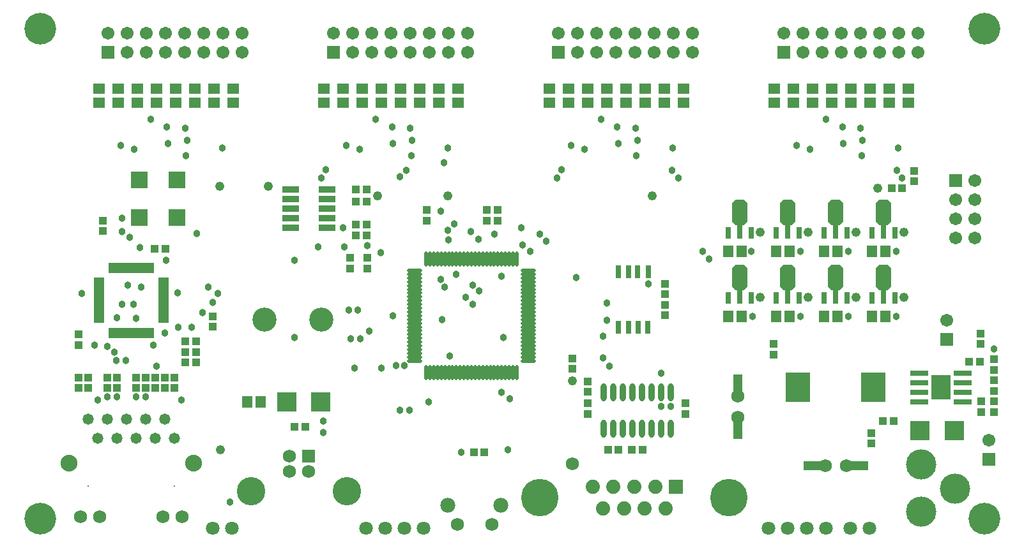
<source format=gts>
%FSAX24Y24*%
%MOIN*%
G70*
G01*
G75*
G04 Layer_Color=8388736*
%ADD10R,0.0354X0.0315*%
%ADD11R,0.0315X0.0354*%
%ADD12R,0.0906X0.0906*%
%ADD13R,0.0472X0.0551*%
%ADD14O,0.0709X0.0118*%
%ADD15O,0.0118X0.0709*%
%ADD16R,0.0200X0.0591*%
%ADD17R,0.0551X0.0472*%
%ADD18R,0.0866X0.0866*%
%ADD19O,0.0236X0.0866*%
G04:AMPARAMS|DCode=20|XSize=74.8mil|YSize=126mil|CornerRadius=0mil|HoleSize=0mil|Usage=FLASHONLY|Rotation=180.000|XOffset=0mil|YOffset=0mil|HoleType=Round|Shape=Octagon|*
%AMOCTAGOND20*
4,1,8,0.0187,-0.0630,-0.0187,-0.0630,-0.0374,-0.0443,-0.0374,0.0443,-0.0187,0.0630,0.0187,0.0630,0.0374,0.0443,0.0374,-0.0443,0.0187,-0.0630,0.0*
%
%ADD20OCTAGOND20*%

%ADD21R,0.0236X0.0551*%
%ADD22R,0.0236X0.0709*%
%ADD23R,0.0400X0.1000*%
%ADD24R,0.1200X0.1450*%
%ADD25R,0.1000X0.0400*%
%ADD26R,0.0945X0.1220*%
%ADD27R,0.0866X0.0177*%
%ADD28R,0.0800X0.0250*%
%ADD29R,0.0472X0.0118*%
%ADD30R,0.0118X0.0472*%
%ADD31C,0.0100*%
%ADD32C,0.0200*%
%ADD33C,0.0150*%
%ADD34C,0.0250*%
%ADD35R,1.1300X0.1400*%
%ADD36R,0.1300X0.2500*%
%ADD37R,1.2150X0.1400*%
%ADD38R,0.2150X0.2800*%
%ADD39R,0.8800X0.1550*%
%ADD40R,0.1350X0.2500*%
%ADD41R,0.2750X0.0500*%
%ADD42R,0.3850X0.0850*%
%ADD43R,0.2650X0.1350*%
%ADD44R,0.0750X0.1300*%
%ADD45C,0.0300*%
%ADD46C,0.1181*%
%ADD47C,0.0400*%
%ADD48C,0.0600*%
%ADD49C,0.0591*%
%ADD50R,0.0591X0.0591*%
%ADD51C,0.0700*%
%ADD52C,0.0630*%
%ADD53C,0.1500*%
%ADD54R,0.0591X0.0591*%
%ADD55C,0.0800*%
%ADD56C,0.0500*%
%ADD57C,0.1400*%
%ADD58R,0.0600X0.0600*%
%ADD59C,0.1874*%
%ADD60R,0.0665X0.0665*%
%ADD61C,0.0665*%
%ADD62C,0.1575*%
%ADD63R,0.0394X0.0512*%
%ADD64R,0.0394X0.0709*%
%ADD65R,0.1100X0.1000*%
%ADD66O,0.0827X0.0177*%
%ADD67R,0.3750X0.0850*%
%ADD68C,0.0098*%
%ADD69C,0.0236*%
%ADD70C,0.0039*%
%ADD71C,0.0050*%
%ADD72C,0.0079*%
%ADD73C,0.0059*%
%ADD74R,0.0434X0.0395*%
%ADD75R,0.0395X0.0434*%
%ADD76R,0.0986X0.0986*%
%ADD77R,0.0552X0.0631*%
%ADD78O,0.0789X0.0198*%
%ADD79O,0.0198X0.0789*%
%ADD80R,0.0280X0.0671*%
%ADD81R,0.0631X0.0552*%
%ADD82O,0.0316X0.0946*%
G04:AMPARAMS|DCode=83|XSize=82.8mil|YSize=134mil|CornerRadius=0mil|HoleSize=0mil|Usage=FLASHONLY|Rotation=180.000|XOffset=0mil|YOffset=0mil|HoleType=Round|Shape=Octagon|*
%AMOCTAGOND83*
4,1,8,0.0207,-0.0670,-0.0207,-0.0670,-0.0414,-0.0463,-0.0414,0.0463,-0.0207,0.0670,0.0207,0.0670,0.0414,0.0463,0.0414,-0.0463,0.0207,-0.0670,0.0*
%
%ADD83OCTAGOND83*%

%ADD84R,0.0316X0.0631*%
%ADD85R,0.0316X0.0789*%
%ADD86R,0.0480X0.1080*%
%ADD87R,0.1280X0.1530*%
%ADD88R,0.1080X0.0480*%
%ADD89R,0.1025X0.1300*%
%ADD90R,0.0946X0.0257*%
%ADD91R,0.0880X0.0330*%
%ADD92R,0.0552X0.0198*%
%ADD93R,0.0198X0.0552*%
%ADD94C,0.0380*%
%ADD95C,0.1261*%
%ADD96C,0.0480*%
%ADD97C,0.0680*%
%ADD98C,0.0671*%
%ADD99R,0.0671X0.0671*%
%ADD100C,0.0780*%
%ADD101C,0.0710*%
%ADD102C,0.1580*%
%ADD103R,0.0671X0.0671*%
%ADD104C,0.0080*%
%ADD105C,0.0880*%
%ADD106C,0.0580*%
%ADD107C,0.1480*%
%ADD108R,0.0680X0.0680*%
%ADD109C,0.1954*%
%ADD110R,0.0745X0.0745*%
%ADD111C,0.0745*%
%ADD112C,0.1655*%
G36*
X022067Y032933D02*
X021201D01*
Y033799D01*
X022067D01*
Y032933D01*
D02*
G37*
G36*
X020099D02*
X019233D01*
Y033799D01*
X020099D01*
Y032933D01*
D02*
G37*
G36*
X022067Y034901D02*
X021201D01*
Y035767D01*
X022067D01*
Y034901D01*
D02*
G37*
G36*
X020099D02*
X019233D01*
Y035767D01*
X020099D01*
Y034901D01*
D02*
G37*
D74*
X017750Y032674D02*
D03*
Y033226D02*
D03*
X023500Y027674D02*
D03*
Y028226D02*
D03*
X016500Y027276D02*
D03*
Y026724D02*
D03*
Y025026D02*
D03*
Y024474D02*
D03*
X017000Y025026D02*
D03*
Y024474D02*
D03*
X021500Y025026D02*
D03*
Y024474D02*
D03*
X021000Y024474D02*
D03*
Y025026D02*
D03*
X020500Y024474D02*
D03*
Y025026D02*
D03*
X020000Y024474D02*
D03*
Y025026D02*
D03*
X019500Y024474D02*
D03*
Y025026D02*
D03*
X018500Y024474D02*
D03*
Y025026D02*
D03*
X018000Y024474D02*
D03*
Y025026D02*
D03*
X048150Y023676D02*
D03*
Y023124D02*
D03*
X047100Y029374D02*
D03*
Y029926D02*
D03*
Y028274D02*
D03*
Y028826D02*
D03*
X042250Y025474D02*
D03*
Y026026D02*
D03*
X038350Y033776D02*
D03*
Y033224D02*
D03*
X037800Y033776D02*
D03*
Y033224D02*
D03*
X034650Y033224D02*
D03*
Y033776D02*
D03*
X031550Y030724D02*
D03*
Y031276D02*
D03*
X030650Y031276D02*
D03*
Y030724D02*
D03*
X060100Y035274D02*
D03*
Y035826D02*
D03*
X043050Y023124D02*
D03*
Y023676D02*
D03*
Y024274D02*
D03*
Y024826D02*
D03*
X064250Y023224D02*
D03*
Y023776D02*
D03*
X063600Y023776D02*
D03*
Y023224D02*
D03*
X064250Y024324D02*
D03*
Y024876D02*
D03*
Y025424D02*
D03*
Y025976D02*
D03*
X063550Y026774D02*
D03*
Y027326D02*
D03*
X052750Y026776D02*
D03*
Y026224D02*
D03*
X057850Y021574D02*
D03*
Y022126D02*
D03*
D75*
X022626Y026900D02*
D03*
X022074D02*
D03*
X021026Y031750D02*
D03*
X020474D02*
D03*
X022626Y026350D02*
D03*
X022074D02*
D03*
X022074Y025800D02*
D03*
X022626D02*
D03*
X027774Y022450D02*
D03*
X028326D02*
D03*
X030974Y032450D02*
D03*
X031526D02*
D03*
X030974Y033000D02*
D03*
X031526D02*
D03*
X037676Y021100D02*
D03*
X037124D02*
D03*
X058924Y034900D02*
D03*
X059476D02*
D03*
X045926Y021250D02*
D03*
X045374D02*
D03*
X044676D02*
D03*
X044124D02*
D03*
X062974Y025850D02*
D03*
X063526D02*
D03*
X030974Y034850D02*
D03*
X031526D02*
D03*
X030974Y034200D02*
D03*
X031526D02*
D03*
X059026Y022750D02*
D03*
X058474D02*
D03*
D76*
X029136Y023750D02*
D03*
X027364D02*
D03*
X060414Y022250D02*
D03*
X062186D02*
D03*
D77*
X026004Y023750D02*
D03*
X025296D02*
D03*
X055396Y028200D02*
D03*
X056104D02*
D03*
X057896D02*
D03*
X058604D02*
D03*
X057896Y031600D02*
D03*
X058604D02*
D03*
X055396D02*
D03*
X056104D02*
D03*
X052896D02*
D03*
X053604D02*
D03*
X050396D02*
D03*
X051104D02*
D03*
X052896Y028200D02*
D03*
X053604D02*
D03*
X050396D02*
D03*
X051104D02*
D03*
D78*
X034028Y030612D02*
D03*
Y030415D02*
D03*
Y030219D02*
D03*
Y030022D02*
D03*
Y029825D02*
D03*
Y029628D02*
D03*
Y029431D02*
D03*
Y029234D02*
D03*
Y029037D02*
D03*
Y028841D02*
D03*
Y028644D02*
D03*
Y028447D02*
D03*
Y028250D02*
D03*
Y028053D02*
D03*
Y027856D02*
D03*
Y027659D02*
D03*
Y027463D02*
D03*
Y027266D02*
D03*
Y027069D02*
D03*
Y026872D02*
D03*
Y026675D02*
D03*
Y026478D02*
D03*
Y026281D02*
D03*
Y026085D02*
D03*
Y025888D02*
D03*
X039972D02*
D03*
Y026085D02*
D03*
Y026281D02*
D03*
Y026478D02*
D03*
Y026675D02*
D03*
Y026872D02*
D03*
Y027069D02*
D03*
Y027266D02*
D03*
Y027463D02*
D03*
Y027659D02*
D03*
Y027856D02*
D03*
Y028053D02*
D03*
Y028250D02*
D03*
Y028447D02*
D03*
Y028644D02*
D03*
Y028841D02*
D03*
Y029037D02*
D03*
Y029234D02*
D03*
Y029431D02*
D03*
Y029628D02*
D03*
Y029825D02*
D03*
Y030022D02*
D03*
Y030219D02*
D03*
Y030415D02*
D03*
Y030612D02*
D03*
D79*
X034638Y025278D02*
D03*
X034835D02*
D03*
X035031D02*
D03*
X035228D02*
D03*
X035425D02*
D03*
X035622D02*
D03*
X035819D02*
D03*
X036016D02*
D03*
X036213D02*
D03*
X036409D02*
D03*
X036606D02*
D03*
X036803D02*
D03*
X037000D02*
D03*
X037197D02*
D03*
X037394D02*
D03*
X037591D02*
D03*
X037787D02*
D03*
X037984D02*
D03*
X038181D02*
D03*
X038378D02*
D03*
X038575D02*
D03*
X038772D02*
D03*
X038969D02*
D03*
X039165D02*
D03*
X039362D02*
D03*
Y031222D02*
D03*
X039165D02*
D03*
X038969D02*
D03*
X038772D02*
D03*
X038575D02*
D03*
X038378D02*
D03*
X038181D02*
D03*
X037984D02*
D03*
X037787D02*
D03*
X037591D02*
D03*
X037394D02*
D03*
X037197D02*
D03*
X037000D02*
D03*
X036803D02*
D03*
X036606D02*
D03*
X036409D02*
D03*
X036213D02*
D03*
X036016D02*
D03*
X035819D02*
D03*
X035622D02*
D03*
X035425D02*
D03*
X035228D02*
D03*
X035031D02*
D03*
X034835D02*
D03*
X034638D02*
D03*
D80*
X044672Y027643D02*
D03*
X045184D02*
D03*
X045696D02*
D03*
X046208D02*
D03*
X046228Y030537D02*
D03*
X045676D02*
D03*
X045184D02*
D03*
X044672D02*
D03*
D81*
X034300Y039396D02*
D03*
Y040104D02*
D03*
X030300Y040104D02*
D03*
Y039396D02*
D03*
X035300Y039396D02*
D03*
Y040104D02*
D03*
X031300Y040104D02*
D03*
Y039396D02*
D03*
X032300Y040104D02*
D03*
Y039396D02*
D03*
X033300Y039396D02*
D03*
Y040104D02*
D03*
X055800Y040104D02*
D03*
Y039396D02*
D03*
X056800Y039396D02*
D03*
Y040104D02*
D03*
X043050Y040104D02*
D03*
Y039396D02*
D03*
X046050Y039396D02*
D03*
Y040104D02*
D03*
X047050Y039396D02*
D03*
Y040104D02*
D03*
X036300Y039396D02*
D03*
Y040104D02*
D03*
X029300Y040104D02*
D03*
Y039396D02*
D03*
X042050Y040104D02*
D03*
Y039396D02*
D03*
X045050Y039396D02*
D03*
Y040104D02*
D03*
X044050Y040104D02*
D03*
Y039396D02*
D03*
X057800Y039396D02*
D03*
Y040104D02*
D03*
X053800Y040104D02*
D03*
Y039396D02*
D03*
X058800Y039396D02*
D03*
Y040104D02*
D03*
X054800Y040104D02*
D03*
Y039396D02*
D03*
X048050Y039396D02*
D03*
Y040104D02*
D03*
X041050Y040104D02*
D03*
Y039396D02*
D03*
X052800Y040104D02*
D03*
Y039396D02*
D03*
X059800Y039396D02*
D03*
Y040104D02*
D03*
X020550Y040104D02*
D03*
Y039396D02*
D03*
X021550Y039396D02*
D03*
Y040104D02*
D03*
X019550Y040104D02*
D03*
Y039396D02*
D03*
X022550Y039396D02*
D03*
Y040104D02*
D03*
X018550Y040104D02*
D03*
Y039396D02*
D03*
X023550Y039396D02*
D03*
Y040104D02*
D03*
X017550Y040104D02*
D03*
Y039396D02*
D03*
X024550Y039396D02*
D03*
Y040104D02*
D03*
D82*
X047400Y024245D02*
D03*
X046900D02*
D03*
X046400D02*
D03*
X045900D02*
D03*
X045400D02*
D03*
X044900D02*
D03*
X044400D02*
D03*
X043900D02*
D03*
X047400Y022355D02*
D03*
X046900D02*
D03*
X046400D02*
D03*
X045900D02*
D03*
X045400D02*
D03*
X044900D02*
D03*
X044400D02*
D03*
X043900D02*
D03*
D83*
X056000Y033654D02*
D03*
X058500Y033650D02*
D03*
Y030250D02*
D03*
X056000D02*
D03*
X053500D02*
D03*
Y033650D02*
D03*
X051000D02*
D03*
Y030250D02*
D03*
D84*
X056591Y032591D02*
D03*
X055409D02*
D03*
X059091Y032587D02*
D03*
X057909D02*
D03*
X059091Y029187D02*
D03*
X057909D02*
D03*
X056591D02*
D03*
X055409D02*
D03*
X054091D02*
D03*
X052909D02*
D03*
X054091Y032587D02*
D03*
X052909D02*
D03*
X051591D02*
D03*
X050409D02*
D03*
X051591Y029187D02*
D03*
X050409D02*
D03*
D85*
X056000Y032670D02*
D03*
X058500Y032666D02*
D03*
Y029266D02*
D03*
X056000D02*
D03*
X053500D02*
D03*
Y032666D02*
D03*
X051000D02*
D03*
Y029266D02*
D03*
D86*
X050900Y024650D02*
D03*
Y022350D02*
D03*
D87*
X057975Y024500D02*
D03*
X054025D02*
D03*
D88*
X057150Y020400D02*
D03*
X054850D02*
D03*
D89*
X061500Y024500D02*
D03*
D90*
X060368Y023762D02*
D03*
Y024746D02*
D03*
Y025238D02*
D03*
Y024254D02*
D03*
X062632D02*
D03*
Y025238D02*
D03*
Y024746D02*
D03*
Y023762D02*
D03*
D91*
X029450Y034850D02*
D03*
Y034350D02*
D03*
Y033850D02*
D03*
Y033350D02*
D03*
Y032850D02*
D03*
X027550D02*
D03*
Y033350D02*
D03*
Y033850D02*
D03*
Y034350D02*
D03*
Y034850D02*
D03*
D92*
X017557Y030133D02*
D03*
Y029936D02*
D03*
Y029739D02*
D03*
Y029542D02*
D03*
Y029345D02*
D03*
Y029148D02*
D03*
Y028952D02*
D03*
Y028755D02*
D03*
Y028558D02*
D03*
Y028361D02*
D03*
Y028164D02*
D03*
Y027967D02*
D03*
X020943D02*
D03*
Y028164D02*
D03*
Y028361D02*
D03*
Y028558D02*
D03*
Y028755D02*
D03*
Y028952D02*
D03*
Y029148D02*
D03*
Y029345D02*
D03*
Y029542D02*
D03*
Y029739D02*
D03*
Y029936D02*
D03*
Y030133D02*
D03*
D93*
X018167Y027357D02*
D03*
X018364D02*
D03*
X018561D02*
D03*
X018758D02*
D03*
X018955D02*
D03*
X019152D02*
D03*
X019348D02*
D03*
X019545D02*
D03*
X019742Y027357D02*
D03*
X019939D02*
D03*
X020136D02*
D03*
X020333D02*
D03*
X020333Y030743D02*
D03*
X020136D02*
D03*
X019939D02*
D03*
X019742D02*
D03*
X019545D02*
D03*
X019348D02*
D03*
X019152D02*
D03*
X018955D02*
D03*
X018758Y030743D02*
D03*
X018561D02*
D03*
X018364D02*
D03*
X018167D02*
D03*
D94*
X036100Y033050D02*
D03*
X035750Y032700D02*
D03*
X035800Y032200D02*
D03*
X019150Y032350D02*
D03*
X018750Y032650D02*
D03*
X019050Y029850D02*
D03*
X036950Y032650D02*
D03*
X036200Y030400D02*
D03*
X019700Y031800D02*
D03*
X019750Y029750D02*
D03*
X035400Y030150D02*
D03*
X016650Y029400D02*
D03*
X019350Y028850D02*
D03*
X035600Y029750D02*
D03*
X021050Y031150D02*
D03*
X021650Y029450D02*
D03*
X023250Y029750D02*
D03*
X037350Y032250D02*
D03*
X023750Y029400D02*
D03*
X023500Y028950D02*
D03*
X037050Y029850D02*
D03*
X037400Y029550D02*
D03*
X038550Y030300D02*
D03*
X046900Y025250D02*
D03*
X036700Y029200D02*
D03*
X037050Y028850D02*
D03*
X032250Y031550D02*
D03*
X030350Y031850D02*
D03*
X020550Y025600D02*
D03*
X022950Y028400D02*
D03*
X017326Y026724D02*
D03*
X020400Y026700D02*
D03*
X019500Y028100D02*
D03*
X021000Y027350D02*
D03*
X017500Y023850D02*
D03*
X021850D02*
D03*
X022400Y027650D02*
D03*
X021700D02*
D03*
X018000Y026650D02*
D03*
X018351Y026350D02*
D03*
X020000Y024000D02*
D03*
X019500D02*
D03*
X018450Y025900D02*
D03*
X018950D02*
D03*
X018000Y024000D02*
D03*
X018500D02*
D03*
X018750Y028850D02*
D03*
X031650Y027450D02*
D03*
X030700Y027050D02*
D03*
X031200D02*
D03*
X032300Y025500D02*
D03*
X030900D02*
D03*
X034750Y023750D02*
D03*
X029250Y022750D02*
D03*
Y022150D02*
D03*
X024400Y018500D02*
D03*
X033250Y023300D02*
D03*
X033750D02*
D03*
X039000Y023900D02*
D03*
X038575Y024250D02*
D03*
X044200Y025600D02*
D03*
X043850Y026050D02*
D03*
X049400Y031200D02*
D03*
X049050Y031600D02*
D03*
X040050D02*
D03*
X039650Y031950D02*
D03*
X043878Y027172D02*
D03*
X044050Y028000D02*
D03*
Y028900D02*
D03*
X046228Y029922D02*
D03*
X040900Y032150D02*
D03*
X040550Y032500D02*
D03*
X039600Y032850D02*
D03*
X038200Y032500D02*
D03*
X031550Y031900D02*
D03*
X030300Y032850D02*
D03*
X036481Y021100D02*
D03*
X059208Y035854D02*
D03*
X059458Y035454D02*
D03*
X041450Y035450D02*
D03*
X041700Y035866D02*
D03*
X035550Y036250D02*
D03*
X033600Y035850D02*
D03*
X033250Y035500D02*
D03*
X029150Y035450D02*
D03*
X029400Y035866D02*
D03*
X057400Y037400D02*
D03*
X057350Y036600D02*
D03*
X059250Y037000D02*
D03*
X057300Y038050D02*
D03*
X056350Y038100D02*
D03*
X055500Y038500D02*
D03*
X056400Y037250D02*
D03*
X054650Y036950D02*
D03*
X053950Y037150D02*
D03*
X045650Y037400D02*
D03*
X045600Y036600D02*
D03*
X047500Y037000D02*
D03*
X045550Y038050D02*
D03*
X044600Y038100D02*
D03*
X043750Y038500D02*
D03*
X044650Y037250D02*
D03*
X042900Y036950D02*
D03*
X042200Y037150D02*
D03*
X033900Y037400D02*
D03*
X033850Y036600D02*
D03*
X035750Y037000D02*
D03*
X033800Y038050D02*
D03*
X032850Y038100D02*
D03*
X032000Y038500D02*
D03*
X032900Y037250D02*
D03*
X031150Y036950D02*
D03*
X030450Y037150D02*
D03*
X022150Y037400D02*
D03*
X022100Y036600D02*
D03*
X024000Y037000D02*
D03*
X022050Y038050D02*
D03*
X021100Y038100D02*
D03*
X020250Y038500D02*
D03*
X021150Y037250D02*
D03*
X019400Y036950D02*
D03*
X018700Y037150D02*
D03*
X047450Y035850D02*
D03*
X047787Y035450D02*
D03*
X035450Y028050D02*
D03*
X046900Y023500D02*
D03*
X047400D02*
D03*
X064250Y026500D02*
D03*
X051650Y028200D02*
D03*
X054150D02*
D03*
X056650D02*
D03*
X059150D02*
D03*
Y031600D02*
D03*
X056650D02*
D03*
X054150D02*
D03*
X051600D02*
D03*
X018750Y033350D02*
D03*
X022650Y032550D02*
D03*
X018500Y028150D02*
D03*
X035850Y026150D02*
D03*
X038900Y021250D02*
D03*
X042450Y030250D02*
D03*
X038650Y027100D02*
D03*
X032900Y028259D02*
D03*
X029000Y031850D02*
D03*
X035400Y033700D02*
D03*
X033050Y025650D02*
D03*
X033500D02*
D03*
X031050Y028550D02*
D03*
X030600D02*
D03*
X027750Y027100D02*
D03*
Y031150D02*
D03*
D95*
X029158Y028050D02*
D03*
X026205D02*
D03*
D96*
X023900Y021250D02*
D03*
X058208Y034904D02*
D03*
X046438Y034500D02*
D03*
X035763D02*
D03*
X032100D02*
D03*
X026400Y035000D02*
D03*
X023850D02*
D03*
X042250Y024844D02*
D03*
X052050Y032600D02*
D03*
X054550D02*
D03*
X057050D02*
D03*
X059550D02*
D03*
X052050Y029200D02*
D03*
X054550D02*
D03*
X057050D02*
D03*
X059550D02*
D03*
D97*
X042250Y020500D02*
D03*
X050900Y022950D02*
D03*
Y024050D02*
D03*
X055450Y020400D02*
D03*
X056550D02*
D03*
X016600Y017750D02*
D03*
X017600D02*
D03*
X021900D02*
D03*
X020900D02*
D03*
X027500Y020925D02*
D03*
Y020125D02*
D03*
X028500D02*
D03*
X038075Y017350D02*
D03*
X036275D02*
D03*
D98*
X063250Y032310D02*
D03*
X062250D02*
D03*
X063250Y033310D02*
D03*
X062250D02*
D03*
X063250Y034310D02*
D03*
X062250D02*
D03*
X063250Y035310D02*
D03*
X061800Y028000D02*
D03*
X064000Y021750D02*
D03*
X025040Y043000D02*
D03*
Y042000D02*
D03*
X024040Y043000D02*
D03*
Y042000D02*
D03*
X023040Y043000D02*
D03*
Y042000D02*
D03*
X022040Y043000D02*
D03*
Y042000D02*
D03*
X021040Y043000D02*
D03*
Y042000D02*
D03*
X020040Y043000D02*
D03*
Y042000D02*
D03*
X019040Y043000D02*
D03*
Y042000D02*
D03*
X018040Y043000D02*
D03*
X036790D02*
D03*
Y042000D02*
D03*
X035790Y043000D02*
D03*
Y042000D02*
D03*
X034790Y043000D02*
D03*
Y042000D02*
D03*
X033790Y043000D02*
D03*
Y042000D02*
D03*
X032790Y043000D02*
D03*
Y042000D02*
D03*
X031790Y043000D02*
D03*
Y042000D02*
D03*
X030790Y043000D02*
D03*
Y042000D02*
D03*
X029790Y043000D02*
D03*
X048540D02*
D03*
Y042000D02*
D03*
X047540Y043000D02*
D03*
Y042000D02*
D03*
X046540Y043000D02*
D03*
Y042000D02*
D03*
X045540Y043000D02*
D03*
Y042000D02*
D03*
X044540Y043000D02*
D03*
Y042000D02*
D03*
X043540Y043000D02*
D03*
Y042000D02*
D03*
X042540Y043000D02*
D03*
Y042000D02*
D03*
X041540Y043000D02*
D03*
X060290D02*
D03*
Y042000D02*
D03*
X059290Y043000D02*
D03*
Y042000D02*
D03*
X058290Y043000D02*
D03*
Y042000D02*
D03*
X057290Y043000D02*
D03*
Y042000D02*
D03*
X056290Y043000D02*
D03*
Y042000D02*
D03*
X055290Y043000D02*
D03*
Y042000D02*
D03*
X054290Y043000D02*
D03*
Y042000D02*
D03*
X053290Y043000D02*
D03*
D99*
X062250Y035310D02*
D03*
X061800Y027000D02*
D03*
X064000Y020750D02*
D03*
D100*
X061500Y024500D02*
D03*
X038525Y018350D02*
D03*
X035775D02*
D03*
D101*
X052500Y017150D02*
D03*
X053500D02*
D03*
X054500D02*
D03*
X055500D02*
D03*
X056750D02*
D03*
X057750D02*
D03*
X023500D02*
D03*
X024500D02*
D03*
X031500D02*
D03*
X032500D02*
D03*
X033500D02*
D03*
X034500D02*
D03*
D102*
X060475Y020475D02*
D03*
X062225Y019225D02*
D03*
X060475Y018025D02*
D03*
D103*
X018040Y042000D02*
D03*
X029790D02*
D03*
X041540D02*
D03*
X053290D02*
D03*
D104*
X017000Y019350D02*
D03*
X021500D02*
D03*
D105*
X016000Y020550D02*
D03*
X022500D02*
D03*
D106*
X021500Y021850D02*
D03*
X020500D02*
D03*
X019500D02*
D03*
X021000Y022850D02*
D03*
X020000D02*
D03*
X019000D02*
D03*
X018500Y021850D02*
D03*
X018000Y022850D02*
D03*
X017500Y021850D02*
D03*
X017000Y022850D02*
D03*
D107*
X025500Y019075D02*
D03*
X030500D02*
D03*
D108*
X028500Y020925D02*
D03*
D109*
X040581Y018740D02*
D03*
X050419D02*
D03*
D110*
X047681Y019299D02*
D03*
D111*
X047136Y018181D02*
D03*
X046591Y019299D02*
D03*
X046045Y018181D02*
D03*
X045500Y019299D02*
D03*
X044955Y018181D02*
D03*
X044409Y019299D02*
D03*
X043864Y018181D02*
D03*
X043319Y019299D02*
D03*
D112*
X063750Y043250D02*
D03*
Y017650D02*
D03*
X014500D02*
D03*
Y043250D02*
D03*
M02*

</source>
